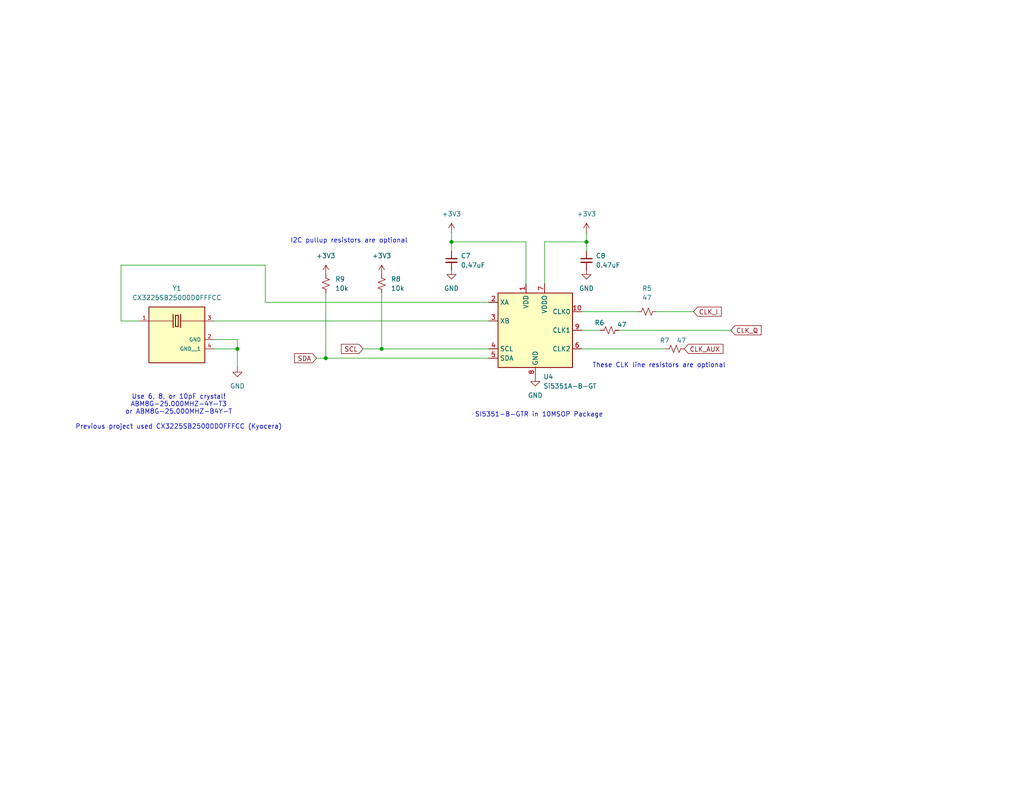
<source format=kicad_sch>
(kicad_sch (version 20231120) (generator "eeschema") (generator_version "8.0")
  (paper "USLetter")
  (title_block (title "Quadrature TX/RX Board") (date "2025-02-17") (rev "1") (company "Bruce MacKinnon KC1FSZ") (comment 1 "Copyright (C) Bruce MacKinnon, 2025") (comment 2 "NOT FOR COMMERCIAL USE"))
  (lib_symbols
    (symbol "Device:C_Small" (pin_numbers hide) (pin_names (offset 0.254) hide)
      (property "Reference" "C" (at 0.254 1.778 0))
      (property "Value" "C_Small" (at 0.254 -2.032 0))
      (symbol "C_Small_0_1"
        (polyline (pts (xy -1.524 -0.508) (xy 1.524 -0.508)) (stroke (width 0.3302)))
        (polyline (pts (xy -1.524 0.508) (xy 1.524 0.508)) (stroke (width 0.3048)))
      )
      (symbol "C_Small_1_1"
        (pin passive line (at 0 2.54 270) (length 2.032) (name "~") (number "1"))
        (pin passive line (at 0 -2.54 90) (length 2.032) (name "~") (number "2"))
      )
    )
    (symbol "Device:R_Small_US" (pin_numbers hide) (pin_names (offset 0.254) hide)
      (property "Reference" "R" (at 0.762 0.508 0))
      (property "Value" "R_Small_US" (at 0.762 -1.016 0))
      (symbol "R_Small_US_1_1"
        (polyline (pts (xy 0 0) (xy 1.016 -0.381) (xy 0 -0.762) (xy -1.016 -1.143) (xy 0 -1.524)))
        (polyline (pts (xy 0 1.524) (xy 1.016 1.143) (xy 0 0.762) (xy -1.016 0.381) (xy 0 0)))
        (pin passive line (at 0 2.54 270) (length 1.016) (name "~") (number "1"))
        (pin passive line (at 0 -2.54 90) (length 1.016) (name "~") (number "2"))
      )
    )
    (symbol "Oscillator:Si5351A-B-GT"
      (property "Reference" "U" (at -8.89 11.43 0))
      (property "Value" "Si5351A-B-GT" (at -12.7 -12.7 0))
      (symbol "Si5351A-B-GT_0_1"
        (rectangle (start -10.16 10.16) (end 10.16 -10.16) (stroke (width 0.254)) (fill (type background)))
      )
      (symbol "Si5351A-B-GT_1_1"
        (pin power_in line (at -2.54 12.7 270) (length 2.54) (name "VDD") (number "1"))
        (pin output line (at 12.7 5.08 180) (length 2.54) (name "CLK0") (number "10"))
        (pin input line (at -12.7 7.62 0) (length 2.54) (name "XA") (number "2"))
        (pin input line (at -12.7 2.54 0) (length 2.54) (name "XB") (number "3"))
        (pin input line (at -12.7 -5.08 0) (length 2.54) (name "SCL") (number "4"))
        (pin bidirectional line (at -12.7 -7.62 0) (length 2.54) (name "SDA") (number "5"))
        (pin output line (at 12.7 -5.08 180) (length 2.54) (name "CLK2") (number "6"))
        (pin power_in line (at 2.54 12.7 270) (length 2.54) (name "VDDO") (number "7"))
        (pin power_in line (at 0 -12.7 90) (length 2.54) (name "GND") (number "8"))
        (pin output line (at 12.7 0 180) (length 2.54) (name "CLK1") (number "9"))
      )
    )
    (symbol "power:+3V3" (power) (pin_numbers hide) (pin_names (offset 0) hide)
      (property "Value" "+3V3" (at 0 3.556 0))
      (symbol "+3V3_0_1"
        (polyline (pts (xy -0.762 1.27) (xy 0 2.54)))
        (polyline (pts (xy 0 0) (xy 0 2.54)))
        (polyline (pts (xy 0 2.54) (xy 0.762 1.27)))
      )
      (symbol "+3V3_1_1"
        (pin power_in line (at 0 0 90) (length 0) (name "~") (number "1"))
      )
    )
    (symbol "power:GND" (power) (pin_numbers hide) (pin_names (offset 0) hide)
      (property "Value" "GND" (at 0 -3.81 0))
      (symbol "GND_0_1"
        (polyline (pts (xy 0 0) (xy 0 -1.27) (xy 1.27 -1.27) (xy 0 -2.54) (xy -1.27 -1.27) (xy 0 -1.27)))
      )
      (symbol "GND_1_1"
        (pin power_in line (at 0 0 270) (length 0) (name "~") (number "1"))
      )
    )
    (symbol "symbol-library-1:CX3225SB25000D0FFFCC" (pin_names (offset 1.016))
      (property "Reference" "Y" (at -7.6372 7.6315 0))
      (property "Value" "CX3225SB25000D0FFFCC" (at -7.6305 -11.4387 0))
      (symbol "CX3225SB25000D0FFFCC_0_0"
        (rectangle (start -7.62 -8.89) (end 7.62 6.35) (stroke (width 0.254)) (fill (type background)))
        (polyline (pts (xy -1.016 2.54) (xy -7.62 2.54)) (stroke (width 0.1524)))
        (polyline (pts (xy -1.016 4.318) (xy -1.016 0.762)) (stroke (width 0.254)))
        (polyline (pts (xy -0.381 1.016) (xy 0.381 1.016)) (stroke (width 0.254)))
        (polyline (pts (xy -0.381 4.064) (xy -0.381 1.016)) (stroke (width 0.254)))
        (polyline (pts (xy 0.381 1.016) (xy 0.381 4.064)) (stroke (width 0.254)))
        (polyline (pts (xy 0.381 4.064) (xy -0.381 4.064)) (stroke (width 0.254)))
        (polyline (pts (xy 1.016 2.54) (xy 7.62 2.54)) (stroke (width 0.1524)))
        (polyline (pts (xy 1.016 4.318) (xy 1.016 0.762)) (stroke (width 0.254)))
        (pin passive line (at -10.16 2.54 0) (length 2.54) (name "~") (number "1"))
        (pin power_in line (at 10.16 -2.54 180) (length 2.54) (name "GND") (number "2"))
        (pin passive line (at 10.16 2.54 180) (length 2.54) (name "~") (number "3"))
        (pin power_in line (at 10.16 -5.08 180) (length 2.54) (name "GND__1") (number "4"))
      )
    )
  )
  (junction (at 88.9 97.79))
  (junction (at 160.02 66.04))
  (junction (at 123.19 66.04))
  (junction (at 64.77 95.25))
  (junction (at 104.14 95.25))
  (wire (pts (xy 148.59 77.47) (xy 148.59 66.04)))
  (wire (pts (xy 33.02 87.63) (xy 33.02 72.39)))
  (wire (pts (xy 88.9 97.79) (xy 133.35 97.79)))
  (wire (pts (xy 143.51 77.47) (xy 143.51 66.04)))
  (wire (pts (xy 58.42 87.63) (xy 133.35 87.63)))
  (wire (pts (xy 158.75 85.09) (xy 173.99 85.09)))
  (wire (pts (xy 72.39 72.39) (xy 72.39 82.55)))
  (wire (pts (xy 143.51 66.04) (xy 123.19 66.04)))
  (wire (pts (xy 160.02 66.04) (xy 160.02 68.58)))
  (wire (pts (xy 88.9 80.01) (xy 88.9 97.79)))
  (wire (pts (xy 148.59 66.04) (xy 160.02 66.04)))
  (wire (pts (xy 179.07 85.09) (xy 189.23 85.09)))
  (wire (pts (xy 168.91 90.17) (xy 199.39 90.17)))
  (wire (pts (xy 104.14 80.01) (xy 104.14 95.25)))
  (wire (pts (xy 33.02 72.39) (xy 72.39 72.39)))
  (wire (pts (xy 158.75 90.17) (xy 163.83 90.17)))
  (wire (pts (xy 99.06 95.25) (xy 104.14 95.25)))
  (wire (pts (xy 38.1 87.63) (xy 33.02 87.63)))
  (wire (pts (xy 58.42 92.71) (xy 64.77 92.71)))
  (wire (pts (xy 123.19 63.5) (xy 123.19 66.04)))
  (wire (pts (xy 64.77 92.71) (xy 64.77 95.25)))
  (wire (pts (xy 104.14 95.25) (xy 133.35 95.25)))
  (wire (pts (xy 123.19 66.04) (xy 123.19 68.58)))
  (wire (pts (xy 58.42 95.25) (xy 64.77 95.25)))
  (wire (pts (xy 64.77 95.25) (xy 64.77 100.33)))
  (wire (pts (xy 86.36 97.79) (xy 88.9 97.79)))
  (wire (pts (xy 158.75 95.25) (xy 181.61 95.25)))
  (wire (pts (xy 160.02 63.5) (xy 160.02 66.04)))
  (wire (pts (xy 72.39 82.55) (xy 133.35 82.55)))
  (text "These CLK line resistors are optional" (at 179.832 99.822 0) (effects (font (size 1.27 1.27))))
  (text "I2C pullup resistors are optional" (at 95.25 65.786 0) (effects (font (size 1.27 1.27))))
  (text "Use 6, 8, or 10pF crystal!\nABM8G-25.000MHZ-4Y-T3\nor ABM8G-25.000MHZ-B4Y-T\n\nPrevious project used CX3225SB25000D0FFFCC (Kyocera)" (at 48.768 112.522 0) (effects (font (size 1.27 1.27))))
  (text "SI5351-B-GTR in 10MSOP Package" (at 147.066 113.284 0) (effects (font (size 1.27 1.27))))
  (global_label "SCL" (shape input) (at 99.06 95.25 180) (property "Intersheetrefs" "${INTERSHEET_REFS}" (effects (hide yes))))
  (global_label "CLK_AUX" (shape input) (at 186.69 95.25 0) (property "Intersheetrefs" "${INTERSHEET_REFS}" (effects (hide yes))))
  (global_label "CLK_Q" (shape input) (at 199.39 90.17 0) (property "Intersheetrefs" "${INTERSHEET_REFS}" (effects (hide yes))))
  (global_label "SDA" (shape input) (at 86.36 97.79 180) (property "Intersheetrefs" "${INTERSHEET_REFS}" (effects (hide yes))))
  (global_label "CLK_I" (shape input) (at 189.23 85.09 0) (property "Intersheetrefs" "${INTERSHEET_REFS}" (effects (hide yes))))
  (symbol (lib_id "power:GND") (at 146.05 102.87 0) (unit 1)
    (property "Reference" "#PWR061" (effects (hide yes)))
    (property "Value" "GND" (at 146.05 107.95 0))
    (property "Description" "Power symbol creates a global label with name \"GND\" , ground" (effects (hide yes)))
  )
  (symbol (lib_id "Oscillator:Si5351A-B-GT") (at 146.05 90.17 0) (unit 1)
    (property "Reference" "U4" (at 148.2441 102.87 0) (effects (justify left)))
    (property "Value" "Si5351A-B-GT" (at 148.2441 105.41 0) (effects (justify left)))
    (property "Footprint" "Package_SO:MSOP-10_3x3mm_P0.5mm" (effects (hide yes)))
    (property "Datasheet" "https://www.silabs.com/documents/public/data-sheets/Si5351-B.pdf" (effects (hide yes)))
    (property "Description" "I2C Programmable Any-Frequency CMOS Clock Generator, MSOP-8" (effects (hide yes)))
  )
  (symbol (lib_id "power:+3V3") (at 88.9 74.93 0) (unit 1)
    (property "Reference" "#PWR060" (effects (hide yes)))
    (property "Value" "+3V3" (at 88.9 69.85 0))
    (property "Description" "Power symbol creates a global label with name \"+3V3\"" (effects (hide yes)))
  )
  (symbol (lib_id "Device:R_Small_US") (at 104.14 77.47 0) (unit 1)
    (property "Reference" "R8" (at 106.68 76.1999 0) (effects (justify left)))
    (property "Value" "10k" (at 106.68 78.7399 0) (effects (justify left)))
    (property "Footprint" "Resistor_SMD:R_0805_2012Metric_Pad1.20x1.40mm_HandSolder" (effects (hide yes)))
    (property "Description" "Resistor, small US symbol" (effects (hide yes)))
  )
  (symbol (lib_id "symbol-library-1:CX3225SB25000D0FFFCC") (at 48.26 90.17 0) (unit 1)
    (property "Reference" "Y1" (at 48.26 78.74 0))
    (property "Value" "CX3225SB25000D0FFFCC" (at 48.26 81.28 0))
    (property "Footprint" "bruce-footprints:OSCCC320X250X60N" (effects (hide yes)))
    (property "Description" "Crystal 25.0000mhz 8pf Smd" (effects (hide yes)))
    (property "MF" "Kyocera International" (effects (hide yes)))
    (property "PACKAGE" "SMD-4 AVX / Kyocera" (effects (hide yes)))
    (property "PRICE" "None" (effects (hide yes)))
    (property "STANDARD" "IPC-7351B" (effects (hide yes)))
    (property "PARTREV" "N/A" (effects (hide yes)))
    (property "MP" "CX3225SB25000D0FPLCC" (effects (hide yes)))
    (property "AVAILABILITY" "Unavailable" (effects (hide yes)))
  )
  (symbol (lib_id "power:+3V3") (at 104.14 74.93 0) (unit 1)
    (property "Reference" "#PWR029" (effects (hide yes)))
    (property "Value" "+3V3" (at 104.14 69.85 0))
    (property "Description" "Power symbol creates a global label with name \"+3V3\"" (effects (hide yes)))
  )
  (symbol (lib_id "power:+3V3") (at 123.19 63.5 0) (unit 1)
    (property "Reference" "#PWR019" (effects (hide yes)))
    (property "Value" "+3V3" (at 123.19 58.42 0))
    (property "Description" "Power symbol creates a global label with name \"+3V3\"" (effects (hide yes)))
  )
  (symbol (lib_id "Device:R_Small_US") (at 88.9 77.47 0) (unit 1)
    (property "Reference" "R9" (at 91.44 76.1999 0) (effects (justify left)))
    (property "Value" "10k" (at 91.44 78.7399 0) (effects (justify left)))
    (property "Footprint" "Resistor_SMD:R_0805_2012Metric_Pad1.20x1.40mm_HandSolder" (effects (hide yes)))
    (property "Description" "Resistor, small US symbol" (effects (hide yes)))
  )
  (symbol (lib_id "Device:R_Small_US") (at 166.37 90.17 90) (unit 1)
    (property "Reference" "R6" (at 163.576 88.138 90))
    (property "Value" "47" (at 169.672 88.646 90))
    (property "Footprint" "Resistor_SMD:R_0805_2012Metric_Pad1.20x1.40mm_HandSolder" (effects (hide yes)))
    (property "Description" "Resistor, small US symbol" (effects (hide yes)))
  )
  (symbol (lib_id "Device:R_Small_US") (at 176.53 85.09 90) (unit 1)
    (property "Reference" "R5" (at 176.53 78.74 90))
    (property "Value" "47" (at 176.53 81.28 90))
    (property "Footprint" "Resistor_SMD:R_0805_2012Metric_Pad1.20x1.40mm_HandSolder" (effects (hide yes)))
    (property "Description" "Resistor, small US symbol" (effects (hide yes)))
  )
  (symbol (lib_id "power:+3V3") (at 160.02 63.5 0) (unit 1)
    (property "Reference" "#PWR026" (effects (hide yes)))
    (property "Value" "+3V3" (at 160.02 58.42 0))
    (property "Description" "Power symbol creates a global label with name \"+3V3\"" (effects (hide yes)))
  )
  (symbol (lib_id "power:GND") (at 123.19 73.66 0) (unit 1)
    (property "Reference" "#PWR018" (effects (hide yes)))
    (property "Value" "GND" (at 123.19 78.74 0))
    (property "Description" "Power symbol creates a global label with name \"GND\" , ground" (effects (hide yes)))
  )
  (symbol (lib_id "Device:C_Small") (at 160.02 71.12 0) (unit 1)
    (property "Reference" "C8" (at 162.56 69.8562 0) (effects (justify left)))
    (property "Value" "0.47uF" (at 162.56 72.3962 0) (effects (justify left)))
    (property "Footprint" "Capacitor_SMD:C_0805_2012Metric_Pad1.18x1.45mm_HandSolder" (effects (hide yes)))
    (property "Description" "Unpolarized capacitor, small symbol" (effects (hide yes)))
  )
  (symbol (lib_id "Device:R_Small_US") (at 184.15 95.25 90) (unit 1)
    (property "Reference" "R7" (at 181.356 92.964 90))
    (property "Value" "47" (at 185.928 92.964 90))
    (property "Footprint" "Resistor_SMD:R_0805_2012Metric_Pad1.20x1.40mm_HandSolder" (effects (hide yes)))
    (property "Description" "Resistor, small US symbol" (effects (hide yes)))
  )
  (symbol (lib_id "Device:C_Small") (at 123.19 71.12 0) (unit 1)
    (property "Reference" "C7" (at 125.73 69.8562 0) (effects (justify left)))
    (property "Value" "0.47uF" (at 125.73 72.3962 0) (effects (justify left)))
    (property "Footprint" "Capacitor_SMD:C_0805_2012Metric_Pad1.18x1.45mm_HandSolder" (effects (hide yes)))
    (property "Description" "Unpolarized capacitor, small symbol" (effects (hide yes)))
  )
  (symbol (lib_id "power:GND") (at 160.02 73.66 0) (unit 1)
    (property "Reference" "#PWR028" (effects (hide yes)))
    (property "Value" "GND" (at 160.02 78.74 0))
    (property "Description" "Power symbol creates a global label with name \"GND\" , ground" (effects (hide yes)))
  )
  (symbol (lib_id "power:GND") (at 64.77 100.33 0) (unit 1)
    (property "Reference" "#PWR027" (effects (hide yes)))
    (property "Value" "GND" (at 64.77 105.41 0))
    (property "Description" "Power symbol creates a global label with name \"GND\" , ground" (effects (hide yes)))
  )
)
</source>
